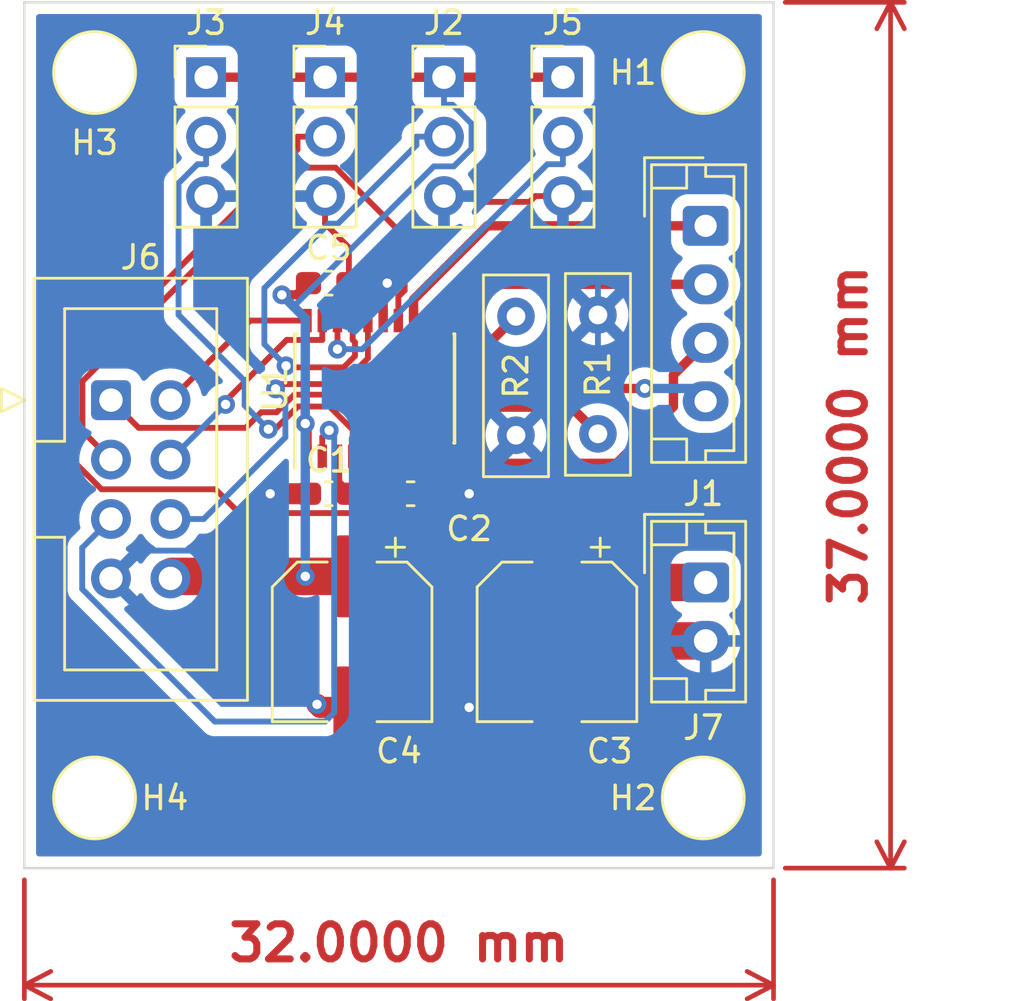
<source format=kicad_pcb>
(kicad_pcb (version 20221018) (generator pcbnew)
  (layers (0 "F.Cu" signal) (31 "B.Cu" signal) (34 "B.Paste" user) (35 "F.Paste" user) (36 "B.SilkS" user "B.Silkscreen") (37 "F.SilkS" user "F.Silkscreen") (38 "B.Mask" user) (39 "F.Mask" user) (44 "Edge.Cuts" user))
  (net 0 "")
  (net 1 "GND")
  (net 2 "Net-(U1-OSC)")
  (net 3 "VDD")
  (net 4 "VCC")
  (net 5 "Net-(J1-Pin_1)")
  (net 6 "Net-(J1-Pin_2)")
  (net 7 "Net-(J1-Pin_3)")
  (net 8 "Net-(J1-Pin_4)")
  (net 9 "Net-(J2-Pin_2)")
  (net 10 "Net-(J3-Pin_2)")
  (net 11 "Net-(J4-Pin_2)")
  (net 12 "Net-(J5-Pin_2)")
  (net 13 "/CW{slash}CCW")
  (net 14 "/CK")
  (net 15 "/RESET")
  (net 16 "/ENABLE")
  (net 17 "/STBY")
  (net 18 "/MO")
  (net 19 "Net-(U1-RFB)")
  (net 20 "Net-(U1-RFA)")
  (footprint "Capacitor_SMD:C_0603_1608Metric_Pad1.08x0.95mm_HandSolder" (layer "F.Cu") (at 152.5 94 180)
    (fp_text reference "C2" (at -2.5 -1.5) (layer "F.SilkS"))
    (fp_text value "0.1uF")
    (fp_line (start -0.146267 -0.51) (end 0.146267 -0.51) (stroke (width 0.12)) (layer "F.SilkS"))
    (fp_line (start -0.146267 0.51) (end 0.146267 0.51) (stroke (width 0.12)) (layer "F.SilkS"))
    (pad "1" smd roundrect (at -0.8625 0 180) (size 1.075 0.95) (layers "F.Cu" "F.Paste" "F.Mask") (net 1 "GND"))
    (pad "2" smd roundrect (at 0.8625 0 180) (size 1.075 0.95) (layers "F.Cu" "F.Paste" "F.Mask") (net 3 "VDD"))
  )
  (footprint "KiCAD_lib:Hole3mm" (layer "F.Cu") (at 165 107)
    (fp_text reference "H2" (at -3 0 unlocked) (layer "F.SilkS"))
    (fp_text value "3mm")
    (fp_circle (center 0 0) (end 1.75 0) (stroke (width 0.12)) (fill none) (layer "F.SilkS"))
    (pad "" np_thru_hole circle (at 0 0) (size 3 3) (drill 3) (layers "F&B.Cu"))
  )
  (footprint "Capacitor_SMD:CP_Elec_6.3x5.4" (layer "F.Cu") (at 150 100.33 -90)
    (fp_text reference "C4" (at 4.67 -2 -180) (layer "F.SilkS"))
    (fp_text value "47uF")
    (fp_line (start -4.4375 -1.8475) (end -3.65 -1.8475) (stroke (width 0.12)) (layer "F.SilkS"))
    (fp_line (start -4.04375 -2.24125) (end -4.04375 -1.45375) (stroke (width 0.12)) (layer "F.SilkS"))
    (fp_line (start -3.41 -2.345563) (end -3.41 -1.06) (stroke (width 0.12)) (layer "F.SilkS"))
    (fp_line (start -3.41 -2.345563) (end -2.345563 -3.41) (stroke (width 0.12)) (layer "F.SilkS"))
    (fp_line (start -3.41 2.345563) (end -3.41 1.06) (stroke (width 0.12)) (layer "F.SilkS"))
    (fp_line (start -3.41 2.345563) (end -2.345563 3.41) (stroke (width 0.12)) (layer "F.SilkS"))
    (fp_line (start -2.345563 -3.41) (end 3.41 -3.41) (stroke (width 0.12)) (layer "F.SilkS"))
    (fp_line (start -2.345563 3.41) (end 3.41 3.41) (stroke (width 0.12)) (layer "F.SilkS"))
    (fp_line (start 3.41 -3.41) (end 3.41 -1.06) (stroke (width 0.12)) (layer "F.SilkS"))
    (fp_line (start 3.41 3.41) (end 3.41 1.06) (stroke (width 0.12)) (layer "F.SilkS"))
    (pad "1" smd roundrect (at -2.8 0 270) (size 3.5 1.6) (layers "F.Cu" "F.Paste" "F.Mask") (roundrect_rratio 0.15625) (net 4 "VCC"))
    (pad "2" smd roundrect (at 2.8 0 270) (size 3.5 1.6) (layers "F.Cu" "F.Paste" "F.Mask") (roundrect_rratio 0.15625) (net 1 "GND"))
  )
  (footprint "Connector_JST:JST_EH_B4B-EH-A_1x04_P2.50mm_Vertical" (layer "F.Cu") (at 165.1 82.55 -90)
    (fp_text reference "J1" (at 11.45 0.1 -180) (layer "F.SilkS"))
    (fp_text value "STEP-MOTOR")
    (fp_line (start -2.91 0.11) (end -2.91 2.61) (stroke (width 0.12)) (layer "F.SilkS"))
    (fp_line (start -2.91 2.61) (end -0.41 2.61) (stroke (width 0.12)) (layer "F.SilkS"))
    (fp_line (start -2.61 -1.71) (end -2.61 2.31) (stroke (width 0.12)) (layer "F.SilkS"))
    (fp_line (start -2.61 0) (end -2.11 0) (stroke (width 0.12)) (layer "F.SilkS"))
    (fp_line (start -2.61 0.81) (end -1.61 0.81) (stroke (width 0.12)) (layer "F.SilkS"))
    (fp_line (start -2.61 2.31) (end 10.11 2.31) (stroke (width 0.12)) (layer "F.SilkS"))
    (fp_line (start -2.11 -1.21) (end 9.61 -1.21) (stroke (width 0.12)) (layer "F.SilkS"))
    (fp_line (start -2.11 0) (end -2.11 -1.21) (stroke (width 0.12)) (layer "F.SilkS"))
    (fp_line (start -1.61 0.81) (end -1.61 2.31) (stroke (width 0.12)) (layer "F.SilkS"))
    (fp_line (start 9.11 0.81) (end 9.11 2.31) (stroke (width 0.12)) (layer "F.SilkS"))
    (fp_line (start 9.61 -1.21) (end 9.61 0) (stroke (width 0.12)) (layer "F.SilkS"))
    (fp_line (start 9.61 0) (end 10.11 0) (stroke (width 0.12)) (layer "F.SilkS"))
    (fp_line (start 10.11 -1.71) (end -2.61 -1.71) (stroke (width 0.12)) (layer "F.SilkS"))
    (fp_line (start 10.11 0.81) (end 9.11 0.81) (stroke (width 0.12)) (layer "F.SilkS"))
    (fp_line (start 10.11 2.31) (end 10.11 -1.71) (stroke (width 0.12)) (layer "F.SilkS"))
    (pad "1" thru_hole roundrect (at 0 0 270) (size 1.7 1.95) (drill 0.95) (layers "*.Cu" "*.Mask") (roundrect_rratio 0.147059) (net 5 "Net-(J1-Pin_1)"))
    (pad "2" thru_hole oval (at 2.5 0 270) (size 1.7 1.95) (drill 0.95) (layers "*.Cu" "*.Mask") (net 6 "Net-(J1-Pin_2)"))
    (pad "3" thru_hole oval (at 5 0 270) (size 1.7 1.95) (drill 0.95) (layers "*.Cu" "*.Mask") (net 7 "Net-(J1-Pin_3)"))
    (pad "4" thru_hole oval (at 7.5 0 270) (size 1.7 1.95) (drill 0.95) (layers "*.Cu" "*.Mask") (net 8 "Net-(J1-Pin_4)"))
  )
  (footprint "Resistor_THT:R_Box_L8.4mm_W2.5mm_P5.08mm" (layer "F.Cu") (at 160.5 86.36 -90)
    (fp_text reference "R1" (at 2.54 0 90) (layer "F.SilkS"))
    (fp_text value "2")
    (fp_line (start -1.77 -1.39) (end -1.77 1.39) (stroke (width 0.12)) (layer "F.SilkS"))
    (fp_line (start -1.77 -1.39) (end 6.85 -1.39) (stroke (width 0.12)) (layer "F.SilkS"))
    (fp_line (start -1.77 1.39) (end 6.85 1.39) (stroke (width 0.12)) (layer "F.SilkS"))
    (fp_line (start 6.85 -1.39) (end 6.85 1.39) (stroke (width 0.12)) (layer "F.SilkS"))
    (pad "1" thru_hole circle (at 0 0 270) (size 1.6 1.6) (drill 0.8) (layers "*.Cu" "*.Mask") (net 1 "GND"))
    (pad "2" thru_hole circle (at 5.08 0 270) (size 1.6 1.6) (drill 0.8) (layers "*.Cu" "*.Mask") (net 19 "Net-(U1-RFB)"))
  )
  (footprint "Connector_JST:JST_EH_B2B-EH-A_1x02_P2.50mm_Vertical" (layer "F.Cu") (at 165.1 97.79 -90)
    (fp_text reference "J7" (at 6.21 0.1 -180) (layer "F.SilkS"))
    (fp_text value "POWER")
    (fp_line (start -2.91 0.11) (end -2.91 2.61) (stroke (width 0.12)) (layer "F.SilkS"))
    (fp_line (start -2.91 2.61) (end -0.41 2.61) (stroke (width 0.12)) (layer "F.SilkS"))
    (fp_line (start -2.61 -1.71) (end -2.61 2.31) (stroke (width 0.12)) (layer "F.SilkS"))
    (fp_line (start -2.61 0) (end -2.11 0) (stroke (width 0.12)) (layer "F.SilkS"))
    (fp_line (start -2.61 0.81) (end -1.61 0.81) (stroke (width 0.12)) (layer "F.SilkS"))
    (fp_line (start -2.61 2.31) (end 5.11 2.31) (stroke (width 0.12)) (layer "F.SilkS"))
    (fp_line (start -2.11 -1.21) (end 4.61 -1.21) (stroke (width 0.12)) (layer "F.SilkS"))
    (fp_line (start -2.11 0) (end -2.11 -1.21) (stroke (width 0.12)) (layer "F.SilkS"))
    (fp_line (start -1.61 0.81) (end -1.61 2.31) (stroke (width 0.12)) (layer "F.SilkS"))
    (fp_line (start 4.11 0.81) (end 4.11 2.31) (stroke (width 0.12)) (layer "F.SilkS"))
    (fp_line (start 4.61 -1.21) (end 4.61 0) (stroke (width 0.12)) (layer "F.SilkS"))
    (fp_line (start 4.61 0) (end 5.11 0) (stroke (width 0.12)) (layer "F.SilkS"))
    (fp_line (start 5.11 -1.71) (end -2.61 -1.71) (stroke (width 0.12)) (layer "F.SilkS"))
    (fp_line (start 5.11 0.81) (end 4.11 0.81) (stroke (width 0.12)) (layer "F.SilkS"))
    (fp_line (start 5.11 2.31) (end 5.11 -1.71) (stroke (width 0.12)) (layer "F.SilkS"))
    (pad "1" thru_hole roundrect (at 0 0 270) (size 1.7 2) (drill 1) (layers "*.Cu" "*.Mask") (roundrect_rratio 0.147059) (net 3 "VDD"))
    (pad "2" thru_hole oval (at 2.5 0 270) (size 1.7 2) (drill 1) (layers "*.Cu" "*.Mask") (net 1 "GND"))
  )
  (footprint "Capacitor_SMD:CP_Elec_6.3x5.4" (layer "F.Cu") (at 158.75 100.33 -90)
    (fp_text reference "C3" (at 4.67 -2.25 -180) (layer "F.SilkS"))
    (fp_text value "47uF")
    (fp_line (start -4.4375 -1.8475) (end -3.65 -1.8475) (stroke (width 0.12)) (layer "F.SilkS"))
    (fp_line (start -4.04375 -2.24125) (end -4.04375 -1.45375) (stroke (width 0.12)) (layer "F.SilkS"))
    (fp_line (start -3.41 -2.345563) (end -3.41 -1.06) (stroke (width 0.12)) (layer "F.SilkS"))
    (fp_line (start -3.41 -2.345563) (end -2.345563 -3.41) (stroke (width 0.12)) (layer "F.SilkS"))
    (fp_line (start -3.41 2.345563) (end -3.41 1.06) (stroke (width 0.12)) (layer "F.SilkS"))
    (fp_line (start -3.41 2.345563) (end -2.345563 3.41) (stroke (width 0.12)) (layer "F.SilkS"))
    (fp_line (start -2.345563 -3.41) (end 3.41 -3.41) (stroke (width 0.12)) (layer "F.SilkS"))
    (fp_line (start -2.345563 3.41) (end 3.41 3.41) (stroke (width 0.12)) (layer "F.SilkS"))
    (fp_line (start 3.41 -3.41) (end 3.41 -1.06) (stroke (width 0.12)) (layer "F.SilkS"))
    (fp_line (start 3.41 3.41) (end 3.41 1.06) (stroke (width 0.12)) (layer "F.SilkS"))
    (pad "1" smd roundrect (at -2.8 0 270) (size 3.5 1.6) (layers "F.Cu" "F.Paste" "F.Mask") (roundrect_rratio 0.15625) (net 3 "VDD"))
    (pad "2" smd roundrect (at 2.8 0 270) (size 3.5 1.6) (layers "F.Cu" "F.Paste" "F.Mask") (roundrect_rratio 0.15625) (net 1 "GND"))
  )
  (footprint "KiCAD_lib:Hole3mm" (layer "F.Cu") (at 139 107)
    (fp_text reference "H4" (at 3 0 unlocked) (layer "F.SilkS"))
    (fp_text value "3mm")
    (fp_circle (center 0 0) (end 1.75 0) (stroke (width 0.12)) (fill none) (layer "F.SilkS"))
    (pad "" np_thru_hole circle (at 0 0) (size 3 3) (drill 3) (layers "F&B.Cu"))
  )
  (footprint "Capacitor_SMD:C_0603_1608Metric_Pad1.08x0.95mm_HandSolder" (layer "F.Cu") (at 149 94)
    (fp_text reference "C1" (at 0 -1.43) (layer "F.SilkS"))
    (fp_text value "220pF")
    (fp_line (start -0.146267 -0.51) (end 0.146267 -0.51) (stroke (width 0.12)) (layer "F.SilkS"))
    (fp_line (start -0.146267 0.51) (end 0.146267 0.51) (stroke (width 0.12)) (layer "F.SilkS"))
    (pad "1" smd roundrect (at -0.8625 0) (size 1.075 0.95) (layers "F.Cu" "F.Paste" "F.Mask") (net 1 "GND"))
    (pad "2" smd roundrect (at 0.8625 0) (size 1.075 0.95) (layers "F.Cu" "F.Paste" "F.Mask") (net 2 "Net-(U1-OSC)"))
  )
  (footprint "Connector_PinHeader_2.54mm:PinHeader_1x03_P2.54mm_Vertical" (layer "F.Cu") (at 153.924 76.2)
    (fp_text reference "J2" (at 0 -2.33) (layer "F.SilkS"))
    (fp_text value "H:0.5V/L:0.125V")
    (fp_line (start -1.33 -1.33) (end 0 -1.33) (stroke (width 0.12)) (layer "F.SilkS"))
    (fp_line (start -1.33 0) (end -1.33 -1.33) (stroke (width 0.12)) (layer "F.SilkS"))
    (fp_line (start -1.33 1.27) (end -1.33 6.41) (stroke (width 0.12)) (layer "F.SilkS"))
    (fp_line (start -1.33 1.27) (end 1.33 1.27) (stroke (width 0.12)) (layer "F.SilkS"))
    (fp_line (start -1.33 6.41) (end 1.33 6.41) (stroke (width 0.12)) (layer "F.SilkS"))
    (fp_line (start 1.33 1.27) (end 1.33 6.41) (stroke (width 0.12)) (layer "F.SilkS"))
    (pad "1" thru_hole rect (at 0 0) (size 1.7 1.7) (drill 1) (layers "*.Cu" "*.Mask") (net 4 "VCC"))
    (pad "2" thru_hole oval (at 0 2.54) (size 1.7 1.7) (drill 1) (layers "*.Cu" "*.Mask") (net 9 "Net-(J2-Pin_2)"))
    (pad "3" thru_hole oval (at 0 5.08) (size 1.7 1.7) (drill 1) (layers "*.Cu" "*.Mask") (net 1 "GND"))
  )
  (footprint "Connector_PinHeader_2.54mm:PinHeader_1x03_P2.54mm_Vertical" (layer "F.Cu") (at 148.844 76.2)
    (fp_text reference "J4" (at 0 -2.33) (layer "F.SilkS"))
    (fp_text value "M2")
    (fp_line (start -1.33 -1.33) (end 0 -1.33) (stroke (width 0.12)) (layer "F.SilkS"))
    (fp_line (start -1.33 0) (end -1.33 -1.33) (stroke (width 0.12)) (layer "F.SilkS"))
    (fp_line (start -1.33 1.27) (end -1.33 6.41) (stroke (width 0.12)) (layer "F.SilkS"))
    (fp_line (start -1.33 1.27) (end 1.33 1.27) (stroke (width 0.12)) (layer "F.SilkS"))
    (fp_line (start -1.33 6.41) (end 1.33 6.41) (stroke (width 0.12)) (layer "F.SilkS"))
    (fp_line (start 1.33 1.27) (end 1.33 6.41) (stroke (width 0.12)) (layer "F.SilkS"))
    (pad "1" thru_hole rect (at 0 0) (size 1.7 1.7) (drill 1) (layers "*.Cu" "*.Mask") (net 4 "VCC"))
    (pad "2" thru_hole oval (at 0 2.54) (size 1.7 1.7) (drill 1) (layers "*.Cu" "*.Mask") (net 11 "Net-(J4-Pin_2)"))
    (pad "3" thru_hole oval (at 0 5.08) (size 1.7 1.7) (drill 1) (layers "*.Cu" "*.Mask") (net 1 "GND"))
  )
  (footprint "KiCAD_lib:Hole3mm" (layer "F.Cu") (at 139 76)
    (fp_text reference "H3" (at 0 3 unlocked) (layer "F.SilkS"))
    (fp_text value "3mm")
    (fp_circle (center 0 0) (end 1.75 0) (stroke (width 0.12)) (fill none) (layer "F.SilkS"))
    (pad "" np_thru_hole circle (at 0 0) (size 3 3) (drill 3) (layers "F&B.Cu"))
  )
  (footprint "Capacitor_SMD:C_0603_1608Metric_Pad1.08x0.95mm_HandSolder" (layer "F.Cu") (at 149 85 180)
    (fp_text reference "C5" (at 0 1.5) (layer "F.SilkS"))
    (fp_text value "0.1uF")
    (fp_line (start -0.146267 -0.51) (end 0.146267 -0.51) (stroke (width 0.12)) (layer "F.SilkS"))
    (fp_line (start -0.146267 0.51) (end 0.146267 0.51) (stroke (width 0.12)) (layer "F.SilkS"))
    (pad "1" smd roundrect (at -0.8625 0 180) (size 1.075 0.95) (layers "F.Cu" "F.Paste" "F.Mask") (net 1 "GND"))
    (pad "2" smd roundrect (at 0.8625 0 180) (size 1.075 0.95) (layers "F.Cu" "F.Paste" "F.Mask") (net 4 "VCC"))
  )
  (footprint "Package_SO:SSOP-20_4.4x6.5mm_P0.65mm" (layer "F.Cu") (at 151 89.5 90)
    (fp_text reference "U1" (at 0 -4.3 90) (layer "F.SilkS"))
    (fp_text value "TB6608FNG")
    (fp_line (start -3.4 -3.45) (end 2.325 -3.45) (stroke (width 0.15)) (layer "F.SilkS"))
    (fp_line (start -2.325 3.375) (end -2.325 3.35) (stroke (width 0.15)) (layer "F.SilkS"))
    (fp_line (start -2.325 3.375) (end 2.325 3.375) (stroke (width 0.15)) (layer "F.SilkS"))
    (fp_line (start 2.325 -3.45) (end 2.325 -3.35) (stroke (width 0.15)) (layer "F.SilkS"))
    (fp_line (start 2.325 3.375) (end 2.325 3.35) (stroke (width 0.15)) (layer "F.SilkS"))
    (pad "1" smd rect (at -2.9 -2.925 90) (size 1 0.4) (layers "F.Cu" "F.Paste" "F.Mask") (net 4 "VCC"))
    (pad "2" smd rect (at -2.9 -2.275 90) (size 1 0.4) (layers "F.Cu" "F.Paste" "F.Mask") (net 17 "/STBY"))
    (pad "3" smd rect (at -2.9 -1.625 90) (size 1 0.4) (layers "F.Cu" "F.Paste" "F.Mask") (net 2 "Net-(U1-OSC)"))
    (pad "4" smd rect (at -2.9 -0.975 90) (size 1 0.4) (layers "F.Cu" "F.Paste" "F.Mask") (net 10 "Net-(J3-Pin_2)"))
    (pad "5" smd rect (at -2.9 -0.325 90) (size 1 0.4) (layers "F.Cu" "F.Paste" "F.Mask") (net 11 "Net-(J4-Pin_2)"))
    (pad "6" smd rect (at -2.9 0.325 90) (size 1 0.4) (layers "F.Cu" "F.Paste" "F.Mask") (net 3 "VDD"))
    (pad "7" smd rect (at -2.9 0.975 90) (size 1 0.4) (layers "F.Cu" "F.Paste" "F.Mask") (net 13 "/CW{slash}CCW"))
    (pad "8" smd rect (at -2.9 1.625 90) (size 1 0.4) (layers "F.Cu" "F.Paste" "F.Mask") (net 8 "Net-(J1-Pin_4)"))
    (pad "9" smd rect (at -2.9 2.275 90) (size 1 0.4) (layers "F.Cu" "F.Paste" "F.Mask") (net 19 "Net-(U1-RFB)"))
    (pad "10" smd rect (at -2.9 2.925 90) (size 1 0.4) (layers "F.Cu" "F.Paste" "F.Mask") (net 7 "Net-(J1-Pin_3)"))
    (pad "11" smd rect (at 2.9 2.925 90) (size 1 0.4) (layers "F.Cu" "F.Paste" "F.Mask") (net 6 "Net-(J1-Pin_2)"))
    (pad "12" smd rect (at 2.9 2.275 90) (size 1 0.4) (layers "F.Cu" "F.Paste" "F.Mask") (net 20 "Net-(U1-RFA)"))
    (pad "13" smd rect (at 2.9 1.625 90) (size 1 0.4) (layers "F.Cu" "F.Paste" "F.Mask") (net 5 "Net-(J1-Pin_1)"))
    (pad "14" smd rect (at 2.9 0.975 90) (size 1 0.4) (layers "F.Cu" "F.Paste" "F.Mask") (net 15 "/RESET"))
    (pad "15" smd rect (at 2.9 0.325 90) (size 1 0.4) (layers "F.Cu" "F.Paste" "F.Mask") (net 1 "GND"))
    (pad "16" smd rect (at 2.9 -0.325 90) (size 1 0.4) (layers "F.Cu" "F.Paste" "F.Mask") (net 18 "/MO"))
    (pad "17" smd rect (at 2.9 -0.975 90) (size 1 0.4) (layers "F.Cu" "F.Paste" "F.Mask") (net 9 "Net-(J2-Pin_2)"))
    (pad "18" smd rect (at 2.9 -1.625 90) (size 1 0.4) (layers "F.Cu" "F.Paste" "F.Mask") (net 12 "Net-(J5-Pin_2)"))
    (pad "19" smd rect (at 2.9 -2.275 90) (size 1 0.4) (layers "F.Cu" "F.Paste" "F.Mask") (net 16 "/ENABLE"))
    (pad "20" smd rect (at 2.9 -2.925 90) (size 1 0.4) (layers "F.Cu" "F.Paste" "F.Mask") (net 14 "/CK"))
  )
  (footprint "Connector_PinHeader_2.54mm:PinHeader_1x03_P2.54mm_Vertical" (layer "F.Cu") (at 143.764 76.2)
    (fp_text reference "J3" (at 0 -2.33) (layer "F.SilkS"))
    (fp_text value "M1")
    (fp_line (start -1.33 -1.33) (end 0 -1.33) (stroke (width 0.12)) (layer "F.SilkS"))
    (fp_line (start -1.33 0) (end -1.33 -1.33) (stroke (width 0.12)) (layer "F.SilkS"))
    (fp_line (start -1.33 1.27) (end -1.33 6.41) (stroke (width 0.12)) (layer "F.SilkS"))
    (fp_line (start -1.33 1.27) (end 1.33 1.27) (stroke (width 0.12)) (layer "F.SilkS"))
    (fp_line (start -1.33 6.41) (end 1.33 6.41) (stroke (width 0.12)) (layer "F.SilkS"))
    (fp_line (start 1.33 1.27) (end 1.33 6.41) (stroke (width 0.12)) (layer "F.SilkS"))
    (pad "1" thru_hole rect (at 0 0) (size 1.7 1.7) (drill 1) (layers "*.Cu" "*.Mask") (net 4 "VCC"))
    (pad "2" thru_hole oval (at 0 2.54) (size 1.7 1.7) (drill 1) (layers "*.Cu" "*.Mask") (net 10 "Net-(J3-Pin_2)"))
    (pad "3" thru_hole oval (at 0 5.08) (size 1.7 1.7) (drill 1) (layers "*.Cu" "*.Mask") (net 1 "GND"))
  )
  (footprint "Connector_IDC:IDC-Header_2x04_P2.54mm_Vertical" (layer "F.Cu") (at 139.7 90)
    (fp_text reference "J6" (at 1.27 -6.1) (layer "F.SilkS"))
    (fp_text value "I/F")
    (fp_line (start -4.68 -0.5) (end -4.68 0.5) (stroke (width 0.12)) (layer "F.SilkS"))
    (fp_line (start -4.68 0.5) (end -3.68 0) (stroke (width 0.12)) (layer "F.SilkS"))
    (fp_line (start -3.68 0) (end -4.68 -0.5) (stroke (width 0.12)) (layer "F.SilkS"))
    (fp_line (start -3.29 -5.21) (end 5.83 -5.21) (stroke (width 0.12)) (layer "F.SilkS"))
    (fp_line (start -3.29 1.76) (end -1.98 1.76) (stroke (width 0.12)) (layer "F.SilkS"))
    (fp_line (start -3.29 12.83) (end -3.29 -5.21) (stroke (width 0.12)) (layer "F.SilkS"))
    (fp_line (start -1.98 -3.91) (end 4.52 -3.91) (stroke (width 0.12)) (layer "F.SilkS"))
    (fp_line (start -1.98 1.76) (end -1.98 -3.91) (stroke (width 0.12)) (layer "F.SilkS"))
    (fp_line (start -1.98 5.86) (end -3.29 5.86) (stroke (width 0.12)) (layer "F.SilkS"))
    (fp_line (start -1.98 5.86) (end -1.98 5.86) (stroke (width 0.12)) (layer "F.SilkS"))
    (fp_line (start -1.98 11.53) (end -1.98 5.86) (stroke (width 0.12)) (layer "F.SilkS"))
    (fp_line (start 4.52 -3.91) (end 4.52 11.53) (stroke (width 0.12)) (layer "F.SilkS"))
    (fp_line (start 4.52 11.53) (end -1.98 11.53) (stroke (width 0.12)) (layer "F.SilkS"))
    (fp_line (start 5.83 -5.21) (end 5.83 12.83) (stroke (width 0.12)) (layer "F.SilkS"))
    (fp_line (start 5.83 12.83) (end -3.29 12.83) (stroke (width 0.12)) (layer "F.SilkS"))
    (pad "1" thru_hole roundrect (at 0 0) (size 1.7 1.7) (drill 1) (layers "*.Cu" "*.Mask") (roundrect_rratio 0.147059) (net 13 "/CW{slash}CCW"))
    (pad "2" thru_hole circle (at 2.54 0) (size 1.7 1.7) (drill 1) (layers "*.Cu" "*.Mask") (net 14 "/CK"))
    (pad "3" thru_hole circle (at 0 2.54) (size 1.7 1.7) (drill 1) (layers "*.Cu" "*.Mask") (net 15 "/RESET"))
    (pad "4" thru_hole circle (at 2.54 2.54) (size 1.7 1.7) (drill 1) (layers "*.Cu" "*.Mask") (net 16 "/ENABLE"))
    (pad "5" thru_hole circle (at 0 5.08) (size 1.7 1.7) (drill 1) (layers "*.Cu" "*.Mask") (net 17 "/STBY"))
    (pad "6" thru_hole circle (at 2.54 5.08) (size 1.7 1.7) (drill 1) (layers "*.Cu" "*.Mask") (net 18 "/MO"))
    (pad "7" thru_hole circle (at 0 7.62) (size 1.7 1.7) (drill 1) (layers "*.Cu" "*.Mask") (net 1 "GND"))
    (pad "8" thru_hole circle (at 2.54 7.62) (size 1.7 1.7) (drill 1) (layers "*.Cu" "*.Mask") (net 4 "VCC"))
  )
  (footprint "Resistor_THT:R_Box_L8.4mm_W2.5mm_P5.08mm" (layer "F.Cu") (at 157 91.5 90)
    (fp_text reference "R2" (at 2.54 0 90) (layer "F.SilkS"))
    (fp_text value "2")
    (fp_line (start -1.77 -1.39) (end -1.77 1.39) (stroke (width 0.12)) (layer "F.SilkS"))
    (fp_line (start -1.77 -1.39) (end 6.85 -1.39) (stroke (width 0.12)) (layer "F.SilkS"))
    (fp_line (start -1.77 1.39) (end 6.85 1.39) (stroke (width 0.12)) (layer "F.SilkS"))
    (fp_line (start 6.85 -1.39) (end 6.85 1.39) (stroke (width 0.12)) (layer "F.SilkS"))
    (pad "1" thru_hole circle (at 0 0 90) (size 1.6 1.6) (drill 0.8) (layers "*.Cu" "*.Mask") (net 1 "GND"))
    (pad "2" thru_hole circle (at 5.08 0 90) (size 1.6 1.6) (drill 0.8) (layers "*.Cu" "*.Mask") (net 20 "Net-(U1-RFA)"))
  )
  (footprint "Connector_PinHeader_2.54mm:PinHeader_1x03_P2.54mm_Vertical" (layer "F.Cu") (at 159.004 76.2)
    (fp_text reference "J5" (at 0 -2.33) (layer "F.SilkS"))
    (fp_text value "DCY")
    (fp_line (start -1.33 -1.33) (end 0 -1.33) (stroke (width 0.12)) (layer "F.SilkS"))
    (fp_line (start -1.33 0) (end -1.33 -1.33) (stroke (width 0.12)) (layer "F.SilkS"))
    (fp_line (start -1.33 1.27) (end -1.33 6.41) (stroke (width 0.12)) (layer "F.SilkS"))
    (fp_line (start -1.33 1.27) (end 1.33 1.27) (stroke (width 0.12)) (layer "F.SilkS"))
    (fp_line (start -1.33 6.41) (end 1.33 6.41) (stroke (width 0.12)) (layer "F.SilkS"))
    (fp_line (start 1.33 1.27) (end 1.33 6.41) (stroke (width 0.12)) (layer "F.SilkS"))
    (pad "1" thru_hole rect (at 0 0) (size 1.7 1.7) (drill 1) (layers "*.Cu" "*.Mask") (net 4 "VCC"))
    (pad "2" thru_hole oval (at 0 2.54) (size 1.7 1.7) (drill 1) (layers "*.Cu" "*.Mask") (net 12 "Net-(J5-Pin_2)"))
    (pad "3" thru_hole oval (at 0 5.08) (size 1.7 1.7) (drill 1) (layers "*.Cu" "*.Mask") (net 1 "GND"))
  )
  (footprint "KiCAD_lib:Hole3mm" (layer "F.Cu") (at 165 76)
    (fp_text reference "H1" (at -3 0 unlocked) (layer "F.SilkS"))
    (fp_text value "3mm")
    (fp_circle (center 0 0) (end 1.75 0) (stroke (width 0.12)) (fill none) (layer "F.SilkS"))
    (pad "" np_thru_hole circle (at 0 0) (size 3 3) (drill 3) (layers "F&B.Cu"))
  )
  (gr_line (start 136 73) (end 168 73) (stroke (width 0.1)) (layer "Edge.Cuts"))
  (gr_line (start 136 110) (end 136 73) (stroke (width 0.1)) (layer "Edge.Cuts"))
  (gr_line (start 168 73) (end 168 110) (stroke (width 0.1)) (layer "Edge.Cuts"))
  (gr_line (start 168 110) (end 136 110) (stroke (width 0.1)) (layer "Edge.Cuts"))
  (dimension (type aligned) (layer "F.Cu") (pts (xy 168 73) (xy 168 110)) (height -5) (gr_text "37.0000 mm" (at 171.2 91.5 90) (layer "F.Cu") (effects (font (size 1.5 1.5) (thickness 0.3)))) (format (prefix "") (suffix "") (units 3) (units_format 1) (precision 4)) (style (thickness 0.2) (arrow_length 1.27) (text_position_mode 0) (extension_height 0.58642) (extension_offset 0.5) keep_text_aligned))
  (dimension (type aligned) (layer "F.Cu") (pts (xy 136 110) (xy 168 110)) (height 5) (gr_text "32.0000 mm" (at 152 113.2) (layer "F.Cu") (effects (font (size 1.5 1.5) (thickness 0.3)))) (format (prefix "") (suffix "") (units 3) (units_format 1) (precision 4)) (style (thickness 0.2) (arrow_length 1.27) (text_position_mode 0) (extension_height 0.58642) (extension_offset 0.5) keep_text_aligned))
  (segment (start 149.862 85) (end 149.8623 85) (width 0.4) (layer "F.Cu") (net 1))
  (segment (start 161.59 100.29) (end 158.75 103.13) (width 1.6) (layer "F.Cu") (net 1))
  (segment (start 155.1009 81.28) (end 155.3475 81.5266) (width 0.25) (layer "F.Cu") (net 1))
  (segment (start 153.362 94) (end 153.3625 94) (width 0.9) (layer "F.Cu") (net 1))
  (segment (start 149.8625 85) (end 151.5 85) (width 0.4) (layer "F.Cu") (net 1))
  (segment (start 146.5 94) (end 148.1375 94) (width 0.9) (layer "F.Cu") (net 1))
  (segment (start 151.325 86.6) (end 151.325 85.175) (width 0.4) (layer "F.Cu") (net 1))
  (segment (start 157.5805 81.5266) (end 157.8271 81.28) (width 0.25) (layer "F.Cu") (net 1))
  (segment (start 151.325 85.175) (end 151.5 85) (width 0.4) (layer "F.Cu") (net 1))
  (segment (start 158.75 103.13) (end 155 103.13) (width 1.6) (layer "F.Cu") (net 1))
  (segment (start 148.1375 94) (end 148.138 94) (width 0.9) (layer "F.Cu") (net 1))
  (segment (start 148.844 81.28) (end 148.844 82.4569) (width 0.25) (layer "F.Cu") (net 1))
  (segment (start 149.8623 85) (end 149.8625 85) (width 0.4) (layer "F.Cu") (net 1))
  (segment (start 155.3475 81.5266) (end 157.5805 81.5266) (width 0.25) (layer "F.Cu") (net 1))
  (segment (start 148.63 103.13) (end 148.5 103) (width 0.9) (layer "F.Cu") (net 1))
  (segment (start 150 103.13) (end 148.63 103.13) (width 0.9) (layer "F.Cu") (net 1))
  (segment (start 155 103.13) (end 150 103.13) (width 1.6) (layer "F.Cu") (net 1))
  (segment (start 149.8623 85) (end 149.8623 83.4752) (width 0.25) (layer "F.Cu") (net 1))
  (segment (start 159.004 81.28) (end 157.8271 81.28) (width 0.25) (layer "F.Cu") (net 1))
  (segment (start 149.8623 83.4752) (end 148.844 82.4569) (width 0.25) (layer "F.Cu") (net 1))
  (segment (start 153.924 81.28) (end 155.1009 81.28) (width 0.25) (layer "F.Cu") (net 1))
  (segment (start 165.1 100.29) (end 161.59 100.29) (width 1.6) (layer "F.Cu") (net 1))
  (segment (start 153.3625 94) (end 155 94) (width 0.9) (layer "F.Cu") (net 1))
  (via (at 151.5 85) (size 0.8) (drill 0.4) (layers "F.Cu" "B.Cu") (net 1))
  (via (at 148.5 103) (size 0.8) (drill 0.4) (layers "F.Cu" "B.Cu") (net 1))
  (via (at 146.5 94) (size 0.8) (drill 0.4) (layers "F.Cu" "B.Cu") (net 1))
  (via (at 155 103.13) (size 0.8) (drill 0.4) (layers "F.Cu" "B.Cu") (net 1))
  (via (at 155 94) (size 0.8) (drill 0.4) (layers "F.Cu" "B.Cu") (net 1))
  (segment (start 140.8906 96.4294) (end 139.7 97.62) (width 0.25) (layer "B.Cu") (net 1))
  (segment (start 146.5 96.4294) (end 140.8906 96.4294) (width 0.25) (layer "B.Cu") (net 1))
  (segment (start 153.924 82.576) (end 153.924 81.28) (width 0.25) (layer "B.Cu") (net 1))
  (segment (start 151.5 85) (end 153.924 82.576) (width 0.25) (layer "B.Cu") (net 1))
  (segment (start 157 92) (end 155 94) (width 0.25) (layer "B.Cu") (net 1))
  (segment (start 159.004 82.4569) (end 160.5 83.9529) (width 0.25) (layer "B.Cu") (net 1))
  (segment (start 155 94) (end 155 103.13) (width 0.25) (layer "B.Cu") (net 1))
  (segment (start 157 91.5) (end 157 92) (width 0.25) (layer "B.Cu") (net 1))
  (segment (start 146.5 101) (end 146.5 96.4294) (width 0.25) (layer "B.Cu") (net 1))
  (segment (start 146.5 96.4294) (end 146.5 94) (width 0.25) (layer "B.Cu") (net 1))
  (segment (start 160.5 88) (end 160.5 86.36) (width 0.25) (layer "B.Cu") (net 1))
  (segment (start 157 91.5) (end 160.5 88) (width 0.25) (layer "B.Cu") (net 1))
  (segment (start 160.5 83.9529) (end 160.5 86.36) (width 0.25) (layer "B.Cu") (net 1))
  (segment (start 143.764 81.28) (end 148.844 81.28) (width 0.25) (layer "B.Cu") (net 1))
  (segment (start 159.004 81.28) (end 159.004 82.4569) (width 0.25) (layer "B.Cu") (net 1))
  (segment (start 148.5 103) (end 146.5 101) (width 0.25) (layer "B.Cu") (net 1))
  (segment (start 149.375 93.5125) (end 149.862 94) (width 0.4) (layer "F.Cu") (net 2))
  (segment (start 149.8625 94) (end 149.862 94) (width 0.25) (layer "F.Cu") (net 2))
  (segment (start 149.375 92.4) (end 149.375 93.5125) (width 0.4) (layer "F.Cu") (net 2))
  (segment (start 165.1 97.79) (end 159.01 97.79) (width 1.6) (layer "F.Cu") (net 3))
  (segment (start 151.325 93.6875) (end 151.638 94) (width 0.4) (layer "F.Cu") (net 3))
  (segment (start 151.325 92.4) (end 151.325 93.6875) (width 0.4) (layer "F.Cu") (net 3))
  (segment (start 159.01 97.79) (end 158.75 97.53) (width 1.6) (layer "F.Cu") (net 3))
  (segment (start 151.6375 94) (end 151.638 94) (width 0.25) (layer "F.Cu") (net 3))
  (segment (start 151.638 94.1375) (end 155.03 97.53) (width 0.9) (layer "F.Cu") (net 3))
  (segment (start 155.03 97.53) (end 158.75 97.53) (width 0.9) (layer "F.Cu") (net 3))
  (segment (start 151.638 94) (end 151.638 94.1375) (width 0.9) (layer "F.Cu") (net 3))
  (segment (start 148 97.53) (end 142.33 97.53) (width 1.6) (layer "F.Cu") (net 4))
  (segment (start 148.075 91.075) (end 148 91) (width 0.4) (layer "F.Cu") (net 4))
  (segment (start 159.004 76.2) (end 143.764 76.2) (width 0.4) (layer "F.Cu") (net 4))
  (segment (start 142.33 97.53) (end 142.24 97.62) (width 1.6) (layer "F.Cu") (net 4))
  (segment (start 150 97.53) (end 148 97.53) (width 1.6) (layer "F.Cu") (net 4))
  (segment (start 147.638 85.5) (end 148.1375 85.0005) (width 0.4) (layer "F.Cu") (net 4))
  (segment (start 148.1375 85.0005) (end 148.1375 85) (width 0.25) (layer "F.Cu") (net 4))
  (segment (start 148.075 92.4) (end 148.075 91.075) (width 0.4) (layer "F.Cu") (net 4))
  (segment (start 148.1375 85.0005) (end 148.138 85) (width 0.4) (layer "F.Cu") (net 4))
  (segment (start 147 85.5) (end 147.638 85.5) (width 0.4) (layer "F.Cu") (net 4))
  (via (at 148 97.53) (size 0.8) (drill 0.4) (layers "F.Cu" "B.Cu") (net 4))
  (via (at 147 85.5) (size 0.8) (drill 0.4) (layers "F.Cu" "B.Cu") (net 4))
  (via (at 148 91) (size 0.8) (drill 0.4) (layers "F.Cu" "B.Cu") (net 4))
  (segment (start 147.5 86) (end 153.49 80.01) (width 0.25) (layer "B.Cu") (net 4))
  (segment (start 154.3448 80.01) (end 155.1009 79.2539) (width 0.25) (layer "B.Cu") (net 4))
  (segment (start 148 91) (end 148 97.53) (width 0.4) (layer "B.Cu") (net 4))
  (segment (start 155.1009 78.1859) (end 154.2919 77.3769) (width 0.25) (layer "B.Cu") (net 4))
  (segment (start 148 91) (end 148 86.5) (width 0.4) (layer "B.Cu") (net 4))
  (segment (start 154.2919 77.3769) (end 153.924 77.3769) (width 0.25) (layer "B.Cu") (net 4))
  (segment (start 155.1009 79.2539) (end 155.1009 78.1859) (width 0.25) (layer "B.Cu") (net 4))
  (segment (start 148 86.5) (end 147.5 86) (width 0.4) (layer "B.Cu") (net 4))
  (segment (start 153.924 76.7884) (end 153.924 77.3769) (width 0.25) (layer "B.Cu") (net 4))
  (segment (start 153.924 76.2) (end 153.924 76.7884) (width 0.25) (layer "B.Cu") (net 4))
  (segment (start 153.49 80.01) (end 154.3448 80.01) (width 0.25) (layer "B.Cu") (net 4))
  (segment (start 147.5 86) (end 147 85.5) (width 0.4) (layer "B.Cu") (net 4))
  (segment (start 155.775 82.55) (end 165.1 82.55) (width 0.4) (layer "F.Cu") (net 5))
  (segment (start 152.625 85.7) (end 155.775 82.55) (width 0.4) (layer "F.Cu") (net 5))
  (segment (start 152.625 86.6) (end 152.625 85.7) (width 0.4) (layer "F.Cu") (net 5))
  (segment (start 153.925 86.6) (end 155.475 85.05) (width 0.4) (layer "F.Cu") (net 6))
  (segment (start 155.475 85.05) (end 165.1 85.05) (width 0.4) (layer "F.Cu") (net 6))
  (segment (start 161.3 92.7) (end 163.725 90.275) (width 0.4) (layer "F.Cu") (net 7))
  (segment (start 154.225 92.7) (end 161.3 92.7) (width 0.4) (layer "F.Cu") (net 7))
  (segment (start 153.925 92.4) (end 154.225 92.7) (width 0.4) (layer "F.Cu") (net 7))
  (segment (start 163.725 90.275) (end 163.725 88.925) (width 0.4) (layer "F.Cu") (net 7))
  (segment (start 163.725 88.925) (end 165.1 87.55) (width 0.4) (layer "F.Cu") (net 7))
  (segment (start 152.625 91.3522) (end 154.477 89.5) (width 0.4) (layer "F.Cu") (net 8))
  (segment (start 154.477 89.5) (end 162.5 89.5) (width 0.4) (layer "F.Cu") (net 8))
  (segment (start 152.625 92.4) (end 152.625 91.3522) (width 0.4) (layer "F.Cu") (net 8))
  (via (at 162.5 89.5) (size 0.8) (drill 0.4) (layers "F.Cu" "B.Cu") (net 8))
  (segment (start 162.5 89.5) (end 164.55 89.5) (width 0.4) (layer "B.Cu") (net 8))
  (segment (start 164.55 89.5) (end 165.1 90.05) (width 0.4) (layer "B.Cu") (net 8))
  (segment (start 149.6377 88.5997) (end 147.2433 88.5997) (width 0.25) (layer "F.Cu") (net 9))
  (segment (start 150.025 87.4269) (end 150.1228 87.5247) (width 0.25) (layer "F.Cu") (net 9))
  (segment (start 150.025 86.6) (end 150.025 87.4269) (width 0.25) (layer "F.Cu") (net 9))
  (segment (start 147.2433 88.5997) (end 147.178 88.5344) (width 0.25) (layer "F.Cu") (net 9))
  (segment (start 150.1228 88.1146) (end 149.6377 88.5997) (width 0.25) (layer "F.Cu") (net 9))
  (segment (start 150.1228 87.5247) (end 150.1228 88.1146) (width 0.25) (layer "F.Cu") (net 9))
  (via (at 147.178 88.5344) (size 0.8) (drill 0.4) (layers "F.Cu" "B.Cu") (net 9))
  (segment (start 146.2509 87.6073) (end 147.178 88.5344) (width 0.25) (layer "B.Cu") (net 9))
  (segment (start 149.396 82.4569) (end 149.0076 82.4569) (width 0.25) (layer "B.Cu") (net 9))
  (segment (start 152.7471 78.74) (end 152.7471 79.1058) (width 0.25) (layer "B.Cu") (net 9))
  (segment (start 153.924 78.74) (end 152.7471 78.74) (width 0.25) (layer "B.Cu") (net 9))
  (segment (start 146.2509 85.2136) (end 146.2509 87.6073) (width 0.25) (layer "B.Cu") (net 9))
  (segment (start 149.0076 82.4569) (end 146.2509 85.2136) (width 0.25) (layer "B.Cu") (net 9))
  (segment (start 152.7471 79.1058) (end 149.396 82.4569) (width 0.25) (layer "B.Cu") (net 9))
  (segment (start 150.025 92.4) (end 150.025 91.2662) (width 0.25) (layer "F.Cu") (net 10))
  (segment (start 150.025 91.2662) (end 149.0319 90.2731) (width 0.25) (layer "F.Cu") (net 10))
  (segment (start 149.0319 90.2731) (end 147.6794 90.2731) (width 0.25) (layer "F.Cu") (net 10))
  (segment (start 147.6794 90.2731) (end 146.7097 91.2428) (width 0.25) (layer "F.Cu") (net 10))
  (segment (start 146.7097 91.2428) (end 146.422 91.2428) (width 0.25) (layer "F.Cu") (net 10))
  (via (at 146.422 91.2428) (size 0.8) (drill 0.4) (layers "F.Cu" "B.Cu") (net 10))
  (segment (start 143.764 78.74) (end 143.764 79.9169) (width 0.25) (layer "B.Cu") (net 10))
  (segment (start 142.5871 86.3564) (end 145.4081 89.1774) (width 0.25) (layer "B.Cu") (net 10))
  (segment (start 145.4081 90.2289) (end 146.422 91.2428) (width 0.25) (layer "B.Cu") (net 10))
  (segment (start 142.5871 80.728) (end 142.5871 86.3564) (width 0.25) (layer "B.Cu") (net 10))
  (segment (start 143.3982 79.9169) (end 142.5871 80.728) (width 0.25) (layer "B.Cu") (net 10))
  (segment (start 145.4081 89.1774) (end 145.4081 90.2289) (width 0.25) (layer "B.Cu") (net 10))
  (segment (start 143.764 79.9169) (end 143.3982 79.9169) (width 0.25) (layer "B.Cu") (net 10))
  (segment (start 145.1844 94.8274) (end 150.3915 94.8274) (width 0.25) (layer "F.Cu") (net 11))
  (segment (start 147.6671 78.74) (end 147.6671 79.2935) (width 0.25) (layer "F.Cu") (net 11))
  (segment (start 147.6671 79.2935) (end 138.0198 88.9408) (width 0.25) (layer "F.Cu") (net 11))
  (segment (start 148.844 78.74) (end 147.6671 78.74) (width 0.25) (layer "F.Cu") (net 11))
  (segment (start 138.0198 92.5307) (end 139.2991 93.81) (width 0.25) (layer "F.Cu") (net 11))
  (segment (start 150.3915 94.8274) (end 150.75 94.4689) (width 0.25) (layer "F.Cu") (net 11))
  (segment (start 144.167 93.81) (end 145.1844 94.8274) (width 0.25) (layer "F.Cu") (net 11))
  (segment (start 139.2991 93.81) (end 144.167 93.81) (width 0.25) (layer "F.Cu") (net 11))
  (segment (start 150.75 94.4689) (end 150.75 93.3019) (width 0.25) (layer "F.Cu") (net 11))
  (segment (start 138.0198 88.9408) (end 138.0198 92.5307) (width 0.25) (layer "F.Cu") (net 11))
  (segment (start 150.675 92.4) (end 150.675 93.2269) (width 0.25) (layer "F.Cu") (net 11))
  (segment (start 150.75 93.3019) (end 150.675 93.2269) (width 0.25) (layer "F.Cu") (net 11))
  (segment (start 149.375 86.6) (end 149.375 87.8223) (width 0.25) (layer "F.Cu") (net 12))
  (via (at 149.375 87.8223) (size 0.8) (drill 0.4) (layers "F.Cu" "B.Cu") (net 12))
  (segment (start 158.3412 79.9169) (end 150.4358 87.8223) (width 0.25) (layer "B.Cu") (net 12))
  (segment (start 159.004 79.9169) (end 158.3412 79.9169) (width 0.25) (layer "B.Cu") (net 12))
  (segment (start 159.004 78.74) (end 159.004 79.9169) (width 0.25) (layer "B.Cu") (net 12))
  (segment (start 150.4358 87.8223) (end 149.375 87.8223) (width 0.25) (layer "B.Cu") (net 12))
  (segment (start 150.1671 89.7652) (end 151.975 91.5731) (width 0.25) (layer "F.Cu") (net 13))
  (segment (start 146.121 90.5159) (end 146.7778 90.5159) (width 0.25) (layer "F.Cu") (net 13))
  (segment (start 145.4544 91.1825) (end 146.121 90.5159) (width 0.25) (layer "F.Cu") (net 13))
  (segment (start 147.5285 89.7652) (end 150.1671 89.7652) (width 0.25) (layer "F.Cu") (net 13))
  (segment (start 146.7778 90.5159) (end 147.5285 89.7652) (width 0.25) (layer "F.Cu") (net 13))
  (segment (start 140.8825 91.1825) (end 145.4544 91.1825) (width 0.25) (layer "F.Cu") (net 13))
  (segment (start 139.7 90) (end 140.8825 91.1825) (width 0.25) (layer "F.Cu") (net 13))
  (segment (start 151.975 92.4) (end 151.975 91.5731) (width 0.25) (layer "F.Cu") (net 13))
  (segment (start 142.24 90) (end 145.64 86.6) (width 0.25) (layer "F.Cu") (net 14))
  (segment (start 145.64 86.6) (end 148.075 86.6) (width 0.25) (layer "F.Cu") (net 14))
  (segment (start 149.2952 80.0649) (end 152.2451 83.0148) (width 0.25) (layer "F.Cu") (net 15))
  (segment (start 139.7 92.54) (end 138.4832 91.3232) (width 0.25) (layer "F.Cu") (net 15))
  (segment (start 147.6087 80.0649) (end 149.2952 80.0649) (width 0.25) (layer "F.Cu") (net 15))
  (segment (start 151.975 85.5789) (end 151.975 86.6) (width 0.25) (layer "F.Cu") (net 15))
  (segment (start 138.4832 89.1904) (end 147.6087 80.0649) (width 0.25) (layer "F.Cu") (net 15))
  (segment (start 152.2451 85.3088) (end 151.975 85.5789) (width 0.25) (layer "F.Cu") (net 15))
  (segment (start 152.2451 83.0148) (end 152.2451 85.3088) (width 0.25) (layer "F.Cu") (net 15))
  (segment (start 138.4832 91.3232) (end 138.4832 89.1904) (width 0.25) (layer "F.Cu") (net 15))
  (segment (start 148.725 86.6) (end 148.725 87.4269) (width 0.25) (layer "F.Cu") (net 16))
  (segment (start 148.725 87.4269) (end 147.2043 87.4269) (width 0.25) (layer "F.Cu") (net 16))
  (segment (start 147.2043 87.4269) (end 144.5961 90.0351) (width 0.25) (layer "F.Cu") (net 16))
  (segment (start 144.5961 90.0351) (end 144.5961 90.1839) (width 0.25) (layer "F.Cu") (net 16))
  (via (at 144.5961 90.1839) (size 0.8) (drill 0.4) (layers "F.Cu" "B.Cu") (net 16))
  (segment (start 142.24 92.54) (end 144.5961 90.1839) (width 0.25) (layer "B.Cu") (net 16))
  (segment (start 148.725 91.5731) (end 148.7374 91.5731) (width 0.25) (layer "F.Cu") (net 17))
  (segment (start 148.725 92.4) (end 148.725 91.5731) (width 0.25) (layer "F.Cu") (net 17))
  (segment (start 148.7374 91.5731) (end 149.0205 91.29) (width 0.25) (layer "F.Cu") (net 17))
  (via (at 149.0205 91.29) (size 0.8) (drill 0.4) (layers "F.Cu" "B.Cu") (net 17))
  (segment (start 144.1333 103.7347) (end 148.8496 103.7347) (width 0.25) (layer "B.Cu") (net 17))
  (segment (start 138.471 98.0724) (end 144.1333 103.7347) (width 0.25) (layer "B.Cu") (net 17))
  (segment (start 148.8496 103.7347) (end 149.2349 103.3494) (width 0.25) (layer "B.Cu") (net 17))
  (segment (start 139.7 95.08) (end 138.471 96.309) (width 0.25) (layer "B.Cu") (net 17))
  (segment (start 149.2349 103.3494) (end 149.2349 91.5044) (width 0.25) (layer "B.Cu") (net 17))
  (segment (start 138.471 96.309) (end 138.471 98.0724) (width 0.25) (layer "B.Cu") (net 17))
  (segment (start 149.2349 91.5044) (end 149.0205 91.29) (width 0.25) (layer "B.Cu") (net 17))
  (segment (start 146.7315 89.5194) (end 146.9376 89.3133) (width 0.25) (layer "F.Cu") (net 18))
  (segment (start 149.5726 89.3133) (end 150.675 88.2109) (width 0.25) (layer "F.Cu") (net 18))
  (segment (start 150.675 88.2109) (end 150.675 86.6) (width 0.25) (layer "F.Cu") (net 18))
  (segment (start 146.9376 89.3133) (end 149.5726 89.3133) (width 0.25) (layer "F.Cu") (net 18))
  (via (at 146.7315 89.5194) (size 0.8) (drill 0.4) (layers "F.Cu" "B.Cu") (net 18))
  (segment (start 142.24 95.08) (end 143.6593 95.08) (width 0.25) (layer "B.Cu") (net 18))
  (segment (start 147.149 89.9369) (end 146.7315 89.5194) (width 0.25) (layer "B.Cu") (net 18))
  (segment (start 147.149 91.5903) (end 147.149 89.9369) (width 0.25) (layer "B.Cu") (net 18))
  (segment (start 143.6593 95.08) (end 147.149 91.5903) (width 0.25) (layer "B.Cu") (net 18))
  (segment (start 153.275 91.55) (end 154.525 90.3) (width 0.4) (layer "F.Cu") (net 19))
  (segment (start 154.525 90.3) (end 159.36 90.3) (width 0.4) (layer "F.Cu") (net 19))
  (segment (start 159.36 90.3) (end 160.5 91.44) (width 0.4) (layer "F.Cu") (net 19))
  (segment (start 153.275 92.4) (end 153.275 91.55) (width 0.4) (layer "F.Cu") (net 19))
  (segment (start 157 86.42) (end 155.92 87.5) (width 0.4) (layer "F.Cu") (net 20))
  (segment (start 155.92 87.5) (end 153.325 87.5) (width 0.4) (layer "F.Cu") (net 20))
  (segment (start 153.275 87.45) (end 153.275 86.6) (width 0.4) (layer "F.Cu") (net 20))
  (segment (start 153.325 87.5) (end 153.275 87.45) (width 0.4) (layer "F.Cu") (net 20))
  (zone (net 1) (net_name "GND") (layer "B.Cu") (connect_pads (clearance 0.5)) (min_thickness 0.25) (fill yes (thermal_gap 0.5) (thermal_bridge_width 0.5))
    (polygon (pts (xy 136.5 73.5) (xy 167.5 73.5) (xy 167.5 109.5) (xy 136.5 109.5)))
  )
)
</source>
